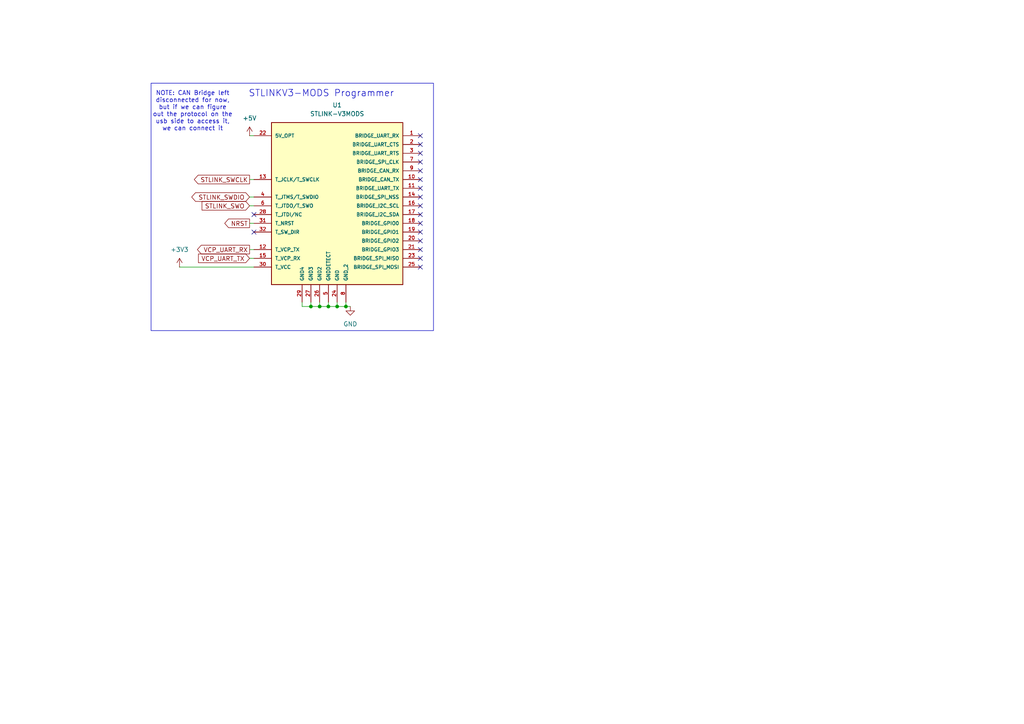
<source format=kicad_sch>
(kicad_sch (version 20250114) (generator "eeschema") (generator_version "9.0")
  (paper "A4")
  (lib_symbols
    (symbol "STLINK-V3MODS_1" (pin_names (offset 1.016))
      (property "Reference" "U" (at -17.526 22.352 0))
      (property "Value" "STLINK-V3MODS" (at 4.572 22.352 0))
      (symbol "STLINK-V3MODS_1_1_0"
        (rectangle (start -17.78 21.59) (end 20.32 -25.4) (stroke (width 0.254)) (fill (type background)))
        (pin passive line (at -22.86 17.78 0) (length 5.08) (name "5V_OPT") (number "22"))
        (pin passive line (at -22.86 5.08 0) (length 5.08) (name "T_JCLK/T_SWCLK") (number "13"))
        (pin passive line (at -22.86 0 0) (length 5.08) (name "T_JTMS/T_SWDIO") (number "4"))
        (pin passive line (at -22.86 -2.54 0) (length 5.08) (name "T_JTDO/T_SWO") (number "6"))
        (pin passive line (at -22.86 -5.08 0) (length 5.08) (name "T_JTDI/NC") (number "28"))
        (pin passive line (at -22.86 -7.62 0) (length 5.08) (name "T_NRST") (number "31"))
        (pin passive line (at -22.86 -10.16 0) (length 5.08) (name "T_SW_DIR") (number "32"))
        (pin passive line (at -22.86 -15.24 0) (length 5.08) (name "T_VCP_TX") (number "12"))
        (pin passive line (at -22.86 -17.78 0) (length 5.08) (name "T_VCP_RX") (number "15"))
        (pin passive line (at -22.86 -20.32 0) (length 5.08) (name "T_VCC") (number "30"))
        (pin power_in line (at -8.89 -30.48 90) (length 5.08) (name "GND4") (number "29"))
        (pin power_in line (at -6.35 -30.48 90) (length 5.08) (name "GND3") (number "27"))
        (pin power_in line (at -3.81 -30.48 90) (length 5.08) (name "GND2") (number "26"))
        (pin power_in line (at -1.27 -30.48 90) (length 5.08) (name "GNDDETECT") (number "5"))
        (pin power_in line (at 1.27 -30.48 90) (length 5.08) (name "GND") (number "24"))
        (pin power_in line (at 3.81 -30.48 90) (length 5.08) (name "GND_2") (number "8"))
        (pin passive line (at 25.4 17.78 180) (length 5.08) (name "BRIDGE_UART_RX") (number "1"))
        (pin passive line (at 25.4 15.24 180) (length 5.08) (name "BRIDGE_UART_CTS") (number "2"))
        (pin passive line (at 25.4 12.7 180) (length 5.08) (name "BRIDGE_UART_RTS") (number "3"))
        (pin passive line (at 25.4 10.16 180) (length 5.08) (name "BRIDGE_SPI_CLK") (number "7"))
        (pin passive line (at 25.4 7.62 180) (length 5.08) (name "BRIDGE_CAN_RX") (number "9"))
        (pin passive line (at 25.4 5.08 180) (length 5.08) (name "BRIDGE_CAN_TX") (number "10"))
        (pin passive line (at 25.4 2.54 180) (length 5.08) (name "BRIDGE_UART_TX") (number "11"))
        (pin passive line (at 25.4 0 180) (length 5.08) (name "BRIDGE_SPI_NSS") (number "14"))
        (pin bidirectional line (at 25.4 -2.54 180) (length 5.08) (name "BRIDGE_I2C_SCL") (number "16"))
        (pin bidirectional line (at 25.4 -5.08 180) (length 5.08) (name "BRIDGE_I2C_SDA") (number "17"))
        (pin bidirectional line (at 25.4 -7.62 180) (length 5.08) (name "BRIDGE_GPIO0") (number "18"))
        (pin bidirectional line (at 25.4 -10.16 180) (length 5.08) (name "BRIDGE_GPIO1") (number "19"))
        (pin bidirectional line (at 25.4 -12.7 180) (length 5.08) (name "BRIDGE_GPIO2") (number "20"))
        (pin bidirectional line (at 25.4 -15.24 180) (length 5.08) (name "BRIDGE_GPIO3") (number "21"))
        (pin passive line (at 25.4 -17.78 180) (length 5.08) (name "BRIDGE_SPI_MISO") (number "23"))
        (pin passive line (at 25.4 -20.32 180) (length 5.08) (name "BRIDGE_SPI_MOSI") (number "25"))
      )
    )
    (symbol "power:+3V3" (power) (pin_numbers (hide yes)) (pin_names (offset 0) (hide yes))
      (property "Value" "+3V3" (at 0 3.556 0))
      (symbol "+3V3_0_1"
        (polyline (pts (xy -0.762 1.27) (xy 0 2.54)))
        (polyline (pts (xy 0 2.54) (xy 0.762 1.27)))
        (polyline (pts (xy 0 0) (xy 0 2.54)))
      )
      (symbol "+3V3_1_1"
        (pin power_in line (at 0 0 90) (length 0) (name "~") (number "1"))
      )
    )
    (symbol "power:+5V" (power) (pin_numbers (hide yes)) (pin_names (offset 0) (hide yes))
      (property "Value" "+5V" (at 0 3.556 0))
      (symbol "+5V_0_1"
        (polyline (pts (xy -0.762 1.27) (xy 0 2.54)))
        (polyline (pts (xy 0 2.54) (xy 0.762 1.27)))
        (polyline (pts (xy 0 0) (xy 0 2.54)))
      )
      (symbol "+5V_1_1"
        (pin power_in line (at 0 0 90) (length 0) (name "~") (number "1"))
      )
    )
    (symbol "power:GND" (power) (pin_numbers (hide yes)) (pin_names (offset 0) (hide yes))
      (property "Value" "GND" (at 0 -3.81 0))
      (symbol "GND_0_1"
        (polyline (pts (xy 0 0) (xy 0 -1.27) (xy 1.27 -1.27) (xy 0 -2.54) (xy -1.27 -1.27) (xy 0 -1.27)))
      )
      (symbol "GND_1_1"
        (pin power_in line (at 0 0 270) (length 0) (name "~") (number "1"))
      )
    )
  )
  (rectangle (start 43.815 24.13) (end 125.73 95.885))
  (text "STLINKV3-MODS Programmer" (at 93.218 27.178 0) (effects (font (size 1.905 1.905))))
  (text "NOTE: CAN Bridge left\ndisconnected for now,\nbut if we can figure\nout the protocol on the\nusb side to access it,\nwe can connect it" (at 55.88 32.258 0) (effects (font (size 1.27 1.27))))
  (junction (at 92.71 88.9))
  (junction (at 100.33 88.9))
  (junction (at 97.79 88.9))
  (junction (at 90.17 88.9))
  (junction (at 95.25 88.9))
  (no_connect (at 121.92 72.39))
  (no_connect (at 73.66 67.31))
  (no_connect (at 121.92 64.77))
  (no_connect (at 121.92 41.91))
  (no_connect (at 73.66 62.23))
  (no_connect (at 121.92 62.23))
  (no_connect (at 121.92 44.45))
  (no_connect (at 121.92 77.47))
  (no_connect (at 121.92 49.53))
  (no_connect (at 121.92 69.85))
  (no_connect (at 121.92 57.15))
  (no_connect (at 121.92 67.31))
  (no_connect (at 121.92 46.99))
  (no_connect (at 121.92 39.37))
  (no_connect (at 121.92 59.69))
  (no_connect (at 121.92 52.07))
  (no_connect (at 121.92 74.93))
  (no_connect (at 121.92 54.61))
  (wire (pts (xy 92.71 88.9) (xy 95.25 88.9)))
  (wire (pts (xy 52.07 77.47) (xy 73.66 77.47)))
  (wire (pts (xy 95.25 87.63) (xy 95.25 88.9)))
  (wire (pts (xy 97.79 88.9) (xy 100.33 88.9)))
  (wire (pts (xy 72.39 57.15) (xy 73.66 57.15)))
  (wire (pts (xy 72.39 72.39) (xy 73.66 72.39)))
  (wire (pts (xy 72.39 74.93) (xy 73.66 74.93)))
  (wire (pts (xy 72.39 59.69) (xy 73.66 59.69)))
  (wire (pts (xy 72.39 64.77) (xy 73.66 64.77)))
  (wire (pts (xy 92.71 87.63) (xy 92.71 88.9)))
  (wire (pts (xy 87.63 88.9) (xy 90.17 88.9)))
  (wire (pts (xy 72.39 39.37) (xy 73.66 39.37)))
  (wire (pts (xy 72.39 52.07) (xy 73.66 52.07)))
  (wire (pts (xy 87.63 87.63) (xy 87.63 88.9)))
  (wire (pts (xy 90.17 87.63) (xy 90.17 88.9)))
  (wire (pts (xy 90.17 88.9) (xy 92.71 88.9)))
  (wire (pts (xy 97.79 87.63) (xy 97.79 88.9)))
  (wire (pts (xy 95.25 88.9) (xy 97.79 88.9)))
  (wire (pts (xy 101.6 88.9) (xy 100.33 88.9)))
  (wire (pts (xy 100.33 87.63) (xy 100.33 88.9)))
  (global_label "VCP_UART_RX" (shape output) (at 72.39 72.39 180) (property "Intersheetrefs" "${INTERSHEET_REFS}" (effects (hide yes))))
  (global_label "STLINK_SWCLK" (shape output) (at 72.39 52.07 180) (property "Intersheetrefs" "${INTERSHEET_REFS}" (effects (hide yes))))
  (global_label "NRST" (shape output) (at 72.39 64.77 180) (property "Intersheetrefs" "${INTERSHEET_REFS}" (effects (hide yes))))
  (global_label "VCP_UART_TX" (shape input) (at 72.39 74.93 180) (property "Intersheetrefs" "${INTERSHEET_REFS}" (effects (hide yes))))
  (global_label "STLINK_SWDIO" (shape bidirectional) (at 72.39 57.15 180) (property "Intersheetrefs" "${INTERSHEET_REFS}" (effects (hide yes))))
  (global_label "STLINK_SWO" (shape input) (at 72.39 59.69 180) (property "Intersheetrefs" "${INTERSHEET_REFS}" (effects (hide yes))))
  (symbol (lib_id "power:+3V3") (at 52.07 77.47 0) (unit 1)
    (property "Reference" "#PWR0102" (effects (hide yes)))
    (property "Value" "+3V3" (at 52.07 72.39 0))
    (property "Description" "Power symbol creates a global label with name \"+3V3\"" (effects (hide yes)))
  )
  (symbol (lib_id "power:+5V") (at 72.39 39.37 0) (unit 1)
    (property "Reference" "#PWR0103" (effects (hide yes)))
    (property "Value" "+5V" (at 72.39 34.29 0))
    (property "Description" "Power symbol creates a global label with name \"+5V\"" (effects (hide yes)))
  )
  (symbol (lib_id "power:GND") (at 101.6 88.9 0) (unit 1)
    (property "Reference" "#PWR01" (effects (hide yes)))
    (property "Value" "GND" (at 101.6 93.98 0))
    (property "Description" "Power symbol creates a global label with name \"GND\" , ground" (effects (hide yes)))
  )
  (symbol (lib_name "STLINK-V3MODS_1") (lib_id "FS_4_Global_Symbol_Library:STLINK-V3MODS") (at 96.52 57.15 0) (unit 1)
    (property "Reference" "U1" (at 97.79 30.48 0))
    (property "Value" "STLINK-V3MODS" (at 97.79 33.02 0))
    (property "Footprint" "FS_4_Global_Footprint_Library:MODULE_STLINK-V3MODS" (effects (hide yes)))
    (property "PARTREV" "1" (effects (hide yes)))
    (property "STANDARD" "Manufacturer Recommendations" (effects (hide yes)))
    (property "MANUFACTURER" "ST Microelectronics" (effects (hide yes)))
    (property "Digi PN" "497-STLINK-V3MODS-ND" (effects (hide yes)))
    (property "MFG" "STMicroelectronics" (effects (hide yes)))
    (property "MFG PN" "STLINK-V3MODS" (effects (hide yes)))
    (property "Digi URL" "https://www.digikey.com/en/products/detail/stmicroelectronics/STLINK-V3MODS/11610874" (effects (hide yes)))
  )
)
</source>
